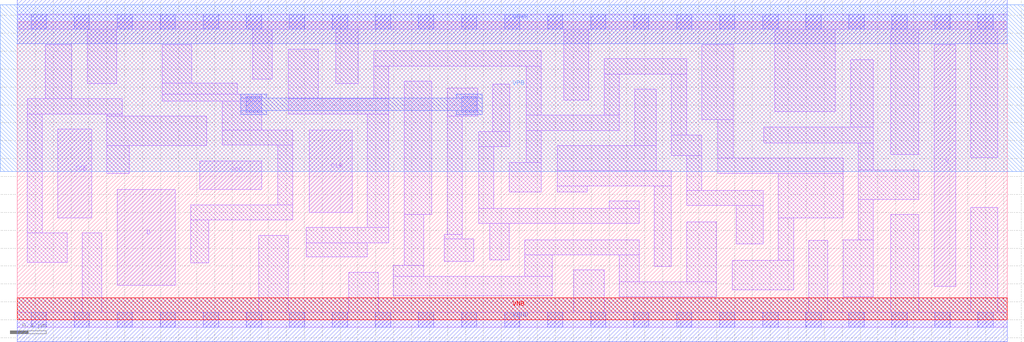
<source format=lef>
# Copyright 2020 The SkyWater PDK Authors
#
# Licensed under the Apache License, Version 2.0 (the "License");
# you may not use this file except in compliance with the License.
# You may obtain a copy of the License at
#
#     https://www.apache.org/licenses/LICENSE-2.0
#
# Unless required by applicable law or agreed to in writing, software
# distributed under the License is distributed on an "AS IS" BASIS,
# WITHOUT WARRANTIES OR CONDITIONS OF ANY KIND, either express or implied.
# See the License for the specific language governing permissions and
# limitations under the License.
#
# SPDX-License-Identifier: Apache-2.0

VERSION 5.7 ;
  NOWIREEXTENSIONATPIN ON ;
  DIVIDERCHAR "/" ;
  BUSBITCHARS "[]" ;
MACRO sky130_fd_sc_lp__sdfxtp_2
  CLASS CORE ;
  FOREIGN sky130_fd_sc_lp__sdfxtp_2 ;
  ORIGIN  0.000000  0.000000 ;
  SIZE  11.04000 BY  3.330000 ;
  SYMMETRY X Y R90 ;
  SITE unit ;
  PIN D
    ANTENNAGATEAREA  0.159000 ;
    DIRECTION INPUT ;
    USE SIGNAL ;
    PORT
      LAYER li1 ;
        RECT 1.115000 0.385000 1.765000 1.455000 ;
    END
  END D
  PIN Q
    ANTENNADIFFAREA  0.588000 ;
    DIRECTION OUTPUT ;
    USE SIGNAL ;
    PORT
      LAYER li1 ;
        RECT 10.225000 0.375000 10.465000 3.075000 ;
    END
  END Q
  PIN SCD
    ANTENNAGATEAREA  0.159000 ;
    DIRECTION INPUT ;
    USE SIGNAL ;
    PORT
      LAYER li1 ;
        RECT 2.035000 1.455000 2.725000 1.775000 ;
    END
  END SCD
  PIN SCE
    ANTENNAGATEAREA  0.318000 ;
    DIRECTION INPUT ;
    USE SIGNAL ;
    PORT
      LAYER li1 ;
        RECT 0.450000 1.140000 0.830000 2.130000 ;
    END
  END SCE
  PIN CLK
    ANTENNAGATEAREA  0.159000 ;
    DIRECTION INPUT ;
    USE CLOCK ;
    PORT
      LAYER li1 ;
        RECT 3.255000 1.200000 3.735000 2.120000 ;
    END
  END CLK
  PIN VGND
    DIRECTION INOUT ;
    USE GROUND ;
    PORT
      LAYER met1 ;
        RECT 0.000000 -0.245000 11.040000 0.245000 ;
    END
  END VGND
  PIN VNB
    DIRECTION INOUT ;
    USE GROUND ;
    PORT
      LAYER pwell ;
        RECT 0.000000 0.000000 11.040000 0.245000 ;
    END
  END VNB
  PIN VPB
    DIRECTION INOUT ;
    USE POWER ;
    PORT
      LAYER nwell ;
        RECT -0.190000 1.655000 11.230000 3.520000 ;
    END
  END VPB
  PIN VPWR
    DIRECTION INOUT ;
    USE POWER ;
    PORT
      LAYER met1 ;
        RECT 0.000000 3.085000 11.040000 3.575000 ;
    END
  END VPWR
  OBS
    LAYER li1 ;
      RECT  0.000000 -0.085000 11.040000 0.085000 ;
      RECT  0.000000  3.245000 11.040000 3.415000 ;
      RECT  0.110000  0.640000  0.555000 0.970000 ;
      RECT  0.110000  0.970000  0.280000 2.300000 ;
      RECT  0.110000  2.300000  1.170000 2.470000 ;
      RECT  0.315000  2.470000  0.610000 3.075000 ;
      RECT  0.725000  0.085000  0.945000 0.970000 ;
      RECT  0.780000  2.640000  1.110000 3.245000 ;
      RECT  1.000000  1.635000  1.250000 1.945000 ;
      RECT  1.000000  1.945000  2.115000 2.275000 ;
      RECT  1.000000  2.275000  1.170000 2.300000 ;
      RECT  1.615000  2.445000  2.725000 2.520000 ;
      RECT  1.615000  2.520000  2.455000 2.645000 ;
      RECT  1.615000  2.645000  1.945000 3.075000 ;
      RECT  1.935000  0.635000  2.135000 1.115000 ;
      RECT  1.935000  1.115000  3.075000 1.285000 ;
      RECT  2.285000  1.950000  3.075000 2.120000 ;
      RECT  2.285000  2.120000  2.725000 2.445000 ;
      RECT  2.625000  2.690000  2.845000 3.245000 ;
      RECT  2.695000  0.085000  3.025000 0.945000 ;
      RECT  2.905000  1.285000  3.075000 1.950000 ;
      RECT  3.025000  2.300000  4.145000 2.470000 ;
      RECT  3.025000  2.470000  3.355000 3.025000 ;
      RECT  3.225000  0.700000  3.905000 0.860000 ;
      RECT  3.225000  0.860000  4.145000 1.030000 ;
      RECT  3.555000  2.640000  3.805000 3.245000 ;
      RECT  3.695000  0.085000  4.025000 0.530000 ;
      RECT  3.905000  1.030000  4.145000 2.300000 ;
      RECT  3.975000  2.470000  4.145000 2.835000 ;
      RECT  3.975000  2.835000  5.845000 3.005000 ;
      RECT  4.195000  0.265000  5.965000 0.485000 ;
      RECT  4.195000  0.485000  4.535000 0.610000 ;
      RECT  4.315000  0.610000  4.535000 1.175000 ;
      RECT  4.315000  1.175000  4.625000 2.665000 ;
      RECT  4.760000  0.655000  5.090000 0.905000 ;
      RECT  4.760000  0.905000  4.965000 0.955000 ;
      RECT  4.795000  0.955000  4.965000 2.275000 ;
      RECT  4.795000  2.275000  5.135000 2.590000 ;
      RECT  5.145000  1.075000  6.935000 1.245000 ;
      RECT  5.145000  1.245000  5.315000 1.935000 ;
      RECT  5.145000  1.935000  5.495000 2.105000 ;
      RECT  5.270000  0.670000  5.490000 1.075000 ;
      RECT  5.305000  2.105000  5.495000 2.630000 ;
      RECT  5.485000  1.425000  5.845000 1.755000 ;
      RECT  5.660000  0.485000  5.965000 0.725000 ;
      RECT  5.660000  0.725000  6.935000 0.895000 ;
      RECT  5.675000  1.755000  5.845000 2.115000 ;
      RECT  5.675000  2.115000  6.715000 2.285000 ;
      RECT  5.675000  2.285000  5.845000 2.835000 ;
      RECT  6.025000  1.425000  6.355000 1.495000 ;
      RECT  6.025000  1.495000  7.295000 1.665000 ;
      RECT  6.025000  1.665000  7.125000 1.945000 ;
      RECT  6.095000  2.455000  6.375000 3.245000 ;
      RECT  6.205000  0.085000  6.545000 0.555000 ;
      RECT  6.545000  2.285000  6.715000 2.745000 ;
      RECT  6.545000  2.745000  7.465000 2.915000 ;
      RECT  6.605000  1.245000  6.935000 1.325000 ;
      RECT  6.715000  0.255000  7.795000 0.425000 ;
      RECT  6.715000  0.425000  6.935000 0.725000 ;
      RECT  6.885000  1.945000  7.125000 2.575000 ;
      RECT  7.105000  0.595000  7.295000 1.495000 ;
      RECT  7.295000  1.835000  7.635000 2.065000 ;
      RECT  7.295000  2.065000  7.465000 2.745000 ;
      RECT  7.465000  0.425000  7.795000 1.095000 ;
      RECT  7.465000  1.275000  8.320000 1.445000 ;
      RECT  7.465000  1.445000  7.635000 1.835000 ;
      RECT  7.635000  2.235000  7.985000 3.075000 ;
      RECT  7.815000  1.635000  9.210000 1.805000 ;
      RECT  7.815000  1.805000  7.985000 2.235000 ;
      RECT  7.975000  0.335000  8.660000 0.665000 ;
      RECT  8.020000  0.845000  8.320000 1.275000 ;
      RECT  8.325000  1.975000  9.550000 2.155000 ;
      RECT  8.450000  2.325000  9.125000 3.245000 ;
      RECT  8.490000  0.665000  8.660000 1.135000 ;
      RECT  8.490000  1.135000  9.210000 1.635000 ;
      RECT  8.830000  0.085000  9.040000 0.885000 ;
      RECT  9.210000  0.255000  9.550000 0.895000 ;
      RECT  9.295000  2.155000  9.550000 2.905000 ;
      RECT  9.380000  0.895000  9.550000 1.345000 ;
      RECT  9.380000  1.345000 10.055000 1.675000 ;
      RECT  9.380000  1.675000  9.550000 1.975000 ;
      RECT  9.745000  0.085000 10.055000 1.175000 ;
      RECT  9.745000  1.845000 10.055000 3.245000 ;
      RECT 10.635000  0.085000 10.935000 1.255000 ;
      RECT 10.635000  1.815000 10.935000 3.245000 ;
    LAYER mcon ;
      RECT  0.155000 -0.085000  0.325000 0.085000 ;
      RECT  0.155000  3.245000  0.325000 3.415000 ;
      RECT  0.635000 -0.085000  0.805000 0.085000 ;
      RECT  0.635000  3.245000  0.805000 3.415000 ;
      RECT  1.115000 -0.085000  1.285000 0.085000 ;
      RECT  1.115000  3.245000  1.285000 3.415000 ;
      RECT  1.595000 -0.085000  1.765000 0.085000 ;
      RECT  1.595000  3.245000  1.765000 3.415000 ;
      RECT  2.075000 -0.085000  2.245000 0.085000 ;
      RECT  2.075000  3.245000  2.245000 3.415000 ;
      RECT  2.555000 -0.085000  2.725000 0.085000 ;
      RECT  2.555000  2.320000  2.725000 2.490000 ;
      RECT  2.555000  3.245000  2.725000 3.415000 ;
      RECT  3.035000 -0.085000  3.205000 0.085000 ;
      RECT  3.035000  3.245000  3.205000 3.415000 ;
      RECT  3.515000 -0.085000  3.685000 0.085000 ;
      RECT  3.515000  3.245000  3.685000 3.415000 ;
      RECT  3.995000 -0.085000  4.165000 0.085000 ;
      RECT  3.995000  3.245000  4.165000 3.415000 ;
      RECT  4.475000 -0.085000  4.645000 0.085000 ;
      RECT  4.475000  3.245000  4.645000 3.415000 ;
      RECT  4.955000 -0.085000  5.125000 0.085000 ;
      RECT  4.955000  2.320000  5.125000 2.490000 ;
      RECT  4.955000  3.245000  5.125000 3.415000 ;
      RECT  5.435000 -0.085000  5.605000 0.085000 ;
      RECT  5.435000  3.245000  5.605000 3.415000 ;
      RECT  5.915000 -0.085000  6.085000 0.085000 ;
      RECT  5.915000  3.245000  6.085000 3.415000 ;
      RECT  6.395000 -0.085000  6.565000 0.085000 ;
      RECT  6.395000  3.245000  6.565000 3.415000 ;
      RECT  6.875000 -0.085000  7.045000 0.085000 ;
      RECT  6.875000  3.245000  7.045000 3.415000 ;
      RECT  7.355000 -0.085000  7.525000 0.085000 ;
      RECT  7.355000  3.245000  7.525000 3.415000 ;
      RECT  7.835000 -0.085000  8.005000 0.085000 ;
      RECT  7.835000  3.245000  8.005000 3.415000 ;
      RECT  8.315000 -0.085000  8.485000 0.085000 ;
      RECT  8.315000  3.245000  8.485000 3.415000 ;
      RECT  8.795000 -0.085000  8.965000 0.085000 ;
      RECT  8.795000  3.245000  8.965000 3.415000 ;
      RECT  9.275000 -0.085000  9.445000 0.085000 ;
      RECT  9.275000  3.245000  9.445000 3.415000 ;
      RECT  9.755000 -0.085000  9.925000 0.085000 ;
      RECT  9.755000  3.245000  9.925000 3.415000 ;
      RECT 10.235000 -0.085000 10.405000 0.085000 ;
      RECT 10.235000  3.245000 10.405000 3.415000 ;
      RECT 10.715000 -0.085000 10.885000 0.085000 ;
      RECT 10.715000  3.245000 10.885000 3.415000 ;
    LAYER met1 ;
      RECT 2.495000 2.290000 2.785000 2.335000 ;
      RECT 2.495000 2.335000 5.185000 2.475000 ;
      RECT 2.495000 2.475000 2.785000 2.520000 ;
      RECT 4.895000 2.290000 5.185000 2.335000 ;
      RECT 4.895000 2.475000 5.185000 2.520000 ;
  END
END sky130_fd_sc_lp__sdfxtp_2
END LIBRARY

</source>
